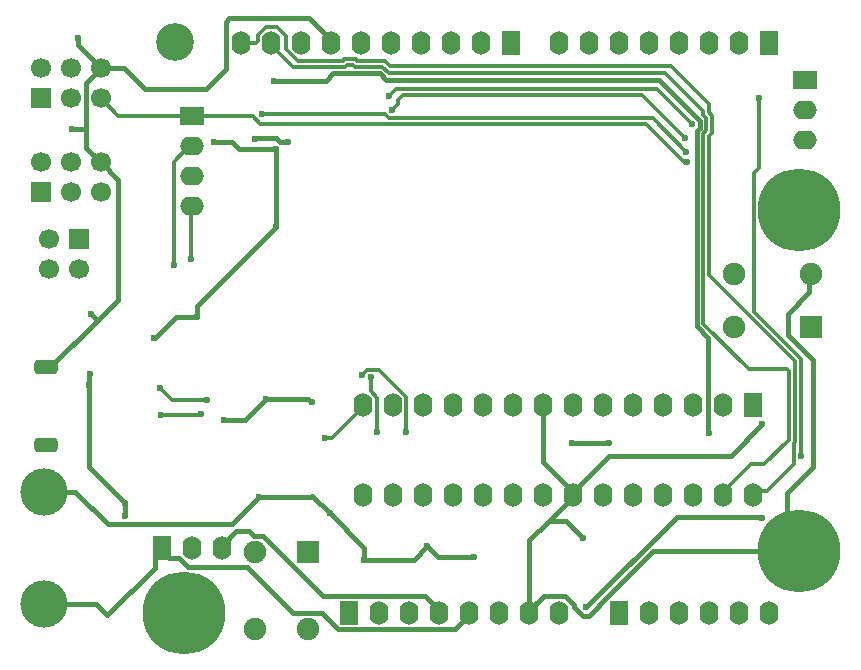
<source format=gbl>
G04*
G04 #@! TF.GenerationSoftware,Altium Limited,Altium Designer,25.4.2 (15)*
G04*
G04 Layer_Physical_Order=2*
G04 Layer_Color=16711680*
%FSLAX44Y44*%
%MOMM*%
G71*
G04*
G04 #@! TF.SameCoordinates,EB978DBB-77F5-4BF1-8C58-C0B6FF9767F6*
G04*
G04*
G04 #@! TF.FilePolarity,Positive*
G04*
G01*
G75*
%ADD19R,1.9000X1.9000*%
%ADD56R,1.9000X1.9000*%
%ADD57C,1.9000*%
%ADD70C,0.4000*%
%ADD71C,0.3000*%
%ADD72R,1.7000X1.7000*%
%ADD73C,1.7000*%
%ADD74O,2.0000X1.6000*%
%ADD75R,2.0000X1.6000*%
G04:AMPARAMS|DCode=76|XSize=2mm|YSize=1.2mm|CornerRadius=0.3mm|HoleSize=0mm|Usage=FLASHONLY|Rotation=0.000|XOffset=0mm|YOffset=0mm|HoleType=Round|Shape=RoundedRectangle|*
%AMROUNDEDRECTD76*
21,1,2.0000,0.6000,0,0,0.0*
21,1,1.4000,1.2000,0,0,0.0*
1,1,0.6000,0.7000,-0.3000*
1,1,0.6000,-0.7000,-0.3000*
1,1,0.6000,-0.7000,0.3000*
1,1,0.6000,0.7000,0.3000*
%
%ADD76ROUNDEDRECTD76*%
%ADD77O,1.6000X2.0000*%
%ADD78R,1.6000X2.0000*%
%ADD79C,4.0000*%
%ADD80C,7.0000*%
%ADD81C,3.2000*%
%ADD82C,0.6000*%
D19*
X244242Y76696D02*
D03*
D56*
X670500Y267326D02*
D03*
D57*
Y312326D02*
D03*
X605500Y267326D02*
D03*
Y312326D02*
D03*
X199242Y76696D02*
D03*
X244242Y11696D02*
D03*
X199242D02*
D03*
D70*
X215646Y475996D02*
X259605D01*
X265701Y482092D01*
X150765Y285385D02*
X217170Y351790D01*
X150765Y275987D02*
Y285385D01*
X150622Y275844D02*
X150765Y275987D01*
X114300Y258064D02*
X114554D01*
X132334Y275844D01*
X150622D01*
X199390Y426720D02*
X199741Y427071D01*
X208390D02*
X209055Y427736D01*
X199741Y427071D02*
X208390D01*
X209055Y427736D02*
X217164D01*
X185766Y417830D02*
X217170D01*
X165100Y423672D02*
X179924D01*
X185766Y417830D01*
X227455Y424055D02*
X227838Y423672D01*
X217164Y427736D02*
X220845Y424055D01*
X227455D01*
X448289Y103135D02*
X462776D01*
X477266Y88646D01*
X448289Y103135D02*
X468376Y123222D01*
X262890Y109474D02*
X291846Y80518D01*
Y70358D02*
Y80518D01*
X333756Y70358D02*
X344932Y81534D01*
X291846Y70358D02*
X333756D01*
X344932Y81534D02*
X354076Y72390D01*
X384556D01*
X264160Y508000D02*
Y510000D01*
X245586Y528574D02*
X264160Y510000D01*
X177546Y528574D02*
X245586D01*
X174752Y525780D02*
X177546Y528574D01*
X174752Y485394D02*
Y525780D01*
X158242Y468884D02*
X174752Y485394D01*
X106426Y468884D02*
X158242D01*
X88900Y486410D02*
X106426Y468884D01*
X68834Y486410D02*
X88900D01*
X217170Y351790D02*
Y417830D01*
X55357Y435102D02*
X56334Y434125D01*
X44958Y435102D02*
X55357D01*
X56334Y434125D02*
Y473910D01*
X49530Y505714D02*
Y512064D01*
Y505714D02*
X68834Y486410D01*
X56334Y419154D02*
X68834Y406654D01*
X56334Y419154D02*
Y434125D01*
Y473910D02*
X68834Y486410D01*
X65366Y272503D02*
Y273183D01*
X60452Y278097D02*
X65366Y273183D01*
X60452Y278097D02*
Y278638D01*
X65366Y272503D02*
X83312Y290449D01*
X26355Y233492D02*
X65366Y272503D01*
X68834Y406654D02*
X83312Y392176D01*
Y290449D02*
Y392176D01*
X22355Y233492D02*
X26355D01*
X431800Y27400D02*
Y86646D01*
X602386Y158394D02*
X629158Y185166D01*
X499548Y158394D02*
X602386D01*
X468376Y127222D02*
X499548Y158394D01*
X468376Y125222D02*
Y127222D01*
X650240Y87122D02*
X659892Y77470D01*
X650240Y87122D02*
Y127000D01*
X672338Y149098D01*
Y239014D01*
X650748Y260604D02*
X672338Y239014D01*
X650748Y260604D02*
Y278624D01*
X668951Y296826D01*
Y310777D01*
X670500Y312326D01*
X442976Y152622D02*
X468376Y127222D01*
X442976Y152622D02*
Y201422D01*
X468376Y123222D02*
Y125222D01*
X431800Y86646D02*
X448289Y103135D01*
X536413Y77470D02*
X659892D01*
X490524Y31581D02*
X536413Y77470D01*
X490524Y30791D02*
Y31581D01*
X482705Y22972D02*
X490524Y30791D01*
X476907Y22972D02*
X482705D01*
X469538Y30340D02*
X476907Y22972D01*
X469538Y30340D02*
Y32032D01*
X462171Y39400D02*
X469538Y32032D01*
X443800Y39400D02*
X462171D01*
X431800Y27400D02*
X443800Y39400D01*
X431800Y25400D02*
Y27400D01*
X173228Y188722D02*
X190754D01*
X208534Y206502D01*
X179690Y100188D02*
X202946Y123444D01*
X75304Y100188D02*
X179690D01*
X47491Y128000D02*
X75304Y100188D01*
X21000Y128000D02*
X47491D01*
X58928Y148844D02*
Y227838D01*
Y148844D02*
X89408Y118364D01*
X247396Y123444D02*
X248158Y124206D01*
X202946Y123444D02*
X247396D01*
X247617Y203708D02*
X248158D01*
X244823Y206502D02*
X247617Y203708D01*
X208534Y206502D02*
X244823D01*
X142629Y64400D02*
X192446D01*
X231650Y25196D01*
X248158Y124206D02*
X262890Y109474D01*
X627380Y106680D02*
X628650Y105410D01*
X556514Y106680D02*
X627380D01*
X479806Y29972D02*
X556514Y106680D01*
X499364Y169164D02*
X499618Y169418D01*
X468122Y169164D02*
X499364D01*
X355600Y25400D02*
Y27400D01*
X343600Y39400D02*
X355600Y27400D01*
X256881Y39400D02*
X343600D01*
X206085Y90196D02*
X256881Y39400D01*
X198348Y90196D02*
X206085D01*
X194310Y94234D02*
X198348Y90196D01*
X183634Y94234D02*
X194310D01*
X171400Y82000D02*
X183634Y94234D01*
X171400Y80000D02*
Y82000D01*
X64548Y33000D02*
X74301Y23247D01*
X21000Y33000D02*
X64548D01*
X381000Y23400D02*
Y25400D01*
X369000Y11400D02*
X381000Y23400D01*
X269743Y11400D02*
X369000D01*
X255947Y25196D02*
X269743Y11400D01*
X231650Y25196D02*
X255947D01*
X135029Y72000D02*
X142629Y64400D01*
X126600Y72000D02*
X135029D01*
X120600Y78000D02*
X126600Y72000D01*
X120600Y78000D02*
Y80000D01*
X114600Y74000D02*
X120600Y80000D01*
X114600Y63546D02*
Y74000D01*
X74301Y23247D02*
X114600Y63546D01*
X89281Y107315D02*
Y118237D01*
X89408Y118364D01*
X89154Y107188D02*
X89281Y107315D01*
X265701Y482092D02*
X305054D01*
X310554Y476592D01*
X541433D01*
X576214Y441811D01*
Y436012D02*
Y441811D01*
X573366Y433164D02*
X576214Y436012D01*
X573366Y267963D02*
Y433164D01*
Y267963D02*
X583376Y257953D01*
Y177608D02*
Y257953D01*
Y177608D02*
X583692Y177292D01*
D71*
X258826Y173228D02*
X264382D01*
X290576Y199422D01*
Y201422D01*
X656510Y169887D02*
Y238586D01*
X655642Y150944D02*
Y169019D01*
X633276Y128578D02*
X655642Y150944D01*
X617459Y231648D02*
X649753D01*
X651510Y229891D01*
X621900Y280267D02*
X662142Y240025D01*
X655642Y169019D02*
X656510Y169887D01*
X630682Y151130D02*
X651510Y171958D01*
Y229891D01*
X583866Y311230D02*
X656510Y238586D01*
X662142Y158372D02*
Y240025D01*
X320571Y459101D02*
X325099Y463630D01*
X203984Y439350D02*
X530335D01*
X197714Y445620D02*
X203984Y439350D01*
X315468Y451251D02*
X320571Y456354D01*
Y459101D01*
X530335Y439350D02*
X562457Y407228D01*
X315468Y450850D02*
Y451251D01*
X312776Y444350D02*
X536090D01*
X205232Y447294D02*
X309832D01*
X312776Y444350D01*
X536090D02*
X564642Y415798D01*
X312674Y462534D02*
X313210D01*
X319306Y468630D02*
X539496D01*
X313210Y462534D02*
X319306Y468630D01*
X621900Y280267D02*
Y397948D01*
X583866Y311230D02*
Y428815D01*
X621900Y397948D02*
X626110Y402158D01*
Y461264D01*
X144000Y420600D02*
X146000D01*
X130810Y407410D02*
X144000Y420600D01*
X130810Y319786D02*
Y407410D01*
X145517Y369317D02*
X146000Y369800D01*
X145517Y325603D02*
Y369317D01*
X145034Y325120D02*
X145517Y325603D01*
X565084Y407228D02*
X565658Y406654D01*
X562457Y407228D02*
X565084D01*
X153670Y193040D02*
X154178Y193548D01*
X119634Y193040D02*
X153670D01*
X129286Y205740D02*
X158496D01*
X119126Y215900D02*
X129286Y205740D01*
X146380Y445620D02*
X197714D01*
X83844Y446000D02*
X146000D01*
X68834Y461010D02*
X83844Y446000D01*
X146000D02*
X146380Y445620D01*
X231768Y487592D02*
X275962D01*
X213360Y506000D02*
X231768Y487592D01*
X275145Y493846D02*
X284671D01*
X218123Y521500D02*
X226060Y513563D01*
X235905Y492592D02*
X273891D01*
X226060Y502436D02*
X235905Y492592D01*
X226060Y502436D02*
Y513563D01*
X273891Y492592D02*
X275145Y493846D01*
X277216Y488846D02*
X282600D01*
X275962Y487592D02*
X277216Y488846D01*
X208597Y521500D02*
X218123D01*
X284671Y493846D02*
X285925Y492592D01*
X282600Y488846D02*
X283854Y487592D01*
X307332D01*
X285925Y492592D02*
X309403D01*
X313807Y488188D01*
X307332Y487592D02*
X312832Y482092D01*
X546608D01*
X313807Y488188D02*
X551942D01*
X583866Y456264D01*
X539496Y468630D02*
X569214Y438912D01*
X583866Y449009D02*
Y456264D01*
X578866Y430886D02*
X581714Y433734D01*
Y444090D01*
X578866Y446938D02*
X581714Y444090D01*
X578866Y270241D02*
Y430886D01*
Y446938D02*
Y449834D01*
X586714Y431663D02*
Y446161D01*
X583866Y428815D02*
X586714Y431663D01*
X583866Y449009D02*
X586714Y446161D01*
X578866Y270241D02*
X617459Y231648D01*
X546608Y482092D02*
X578866Y449834D01*
X325099Y463630D02*
X527224D01*
X563372Y427482D01*
X595376Y125222D02*
Y127222D01*
X619284Y151130D01*
X630682D01*
X213360Y506000D02*
Y508000D01*
X201860Y514763D02*
X208597Y521500D01*
X187960Y508000D02*
X200103D01*
X201860Y509757D02*
Y514763D01*
X200103Y508000D02*
X201860Y509757D01*
X620776Y125222D02*
X624132Y128578D01*
X633276D01*
X327660Y178816D02*
Y208001D01*
X304371Y231290D02*
X327660Y208001D01*
X294742Y231290D02*
X304371D01*
X290321Y226870D02*
X294742Y231290D01*
X289709Y226870D02*
X290321D01*
X297434Y212827D02*
Y224790D01*
Y212827D02*
X303022Y207239D01*
Y178054D02*
Y207239D01*
D72*
X50800Y342000D02*
D03*
X18034Y461010D02*
D03*
Y381254D02*
D03*
D73*
X25400Y342000D02*
D03*
X50800Y316600D02*
D03*
X25400D02*
D03*
X43434Y461010D02*
D03*
X68834D02*
D03*
X18034Y486410D02*
D03*
X43434D02*
D03*
X68834D02*
D03*
Y406654D02*
D03*
X43434D02*
D03*
X18034D02*
D03*
X68834Y381254D02*
D03*
X43434D02*
D03*
D74*
X146000Y369800D02*
D03*
Y395200D02*
D03*
Y420600D02*
D03*
X665000Y426000D02*
D03*
Y451400D02*
D03*
D75*
X146000Y446000D02*
D03*
X665000Y476800D02*
D03*
D76*
X22355Y233492D02*
D03*
Y167492D02*
D03*
D77*
X187960Y508000D02*
D03*
X213360D02*
D03*
X238760D02*
D03*
X264160D02*
D03*
X289560D02*
D03*
X314960D02*
D03*
X340360D02*
D03*
X365760D02*
D03*
X391160D02*
D03*
X146000Y80000D02*
D03*
X171400D02*
D03*
X635000Y25400D02*
D03*
X609600D02*
D03*
X584200D02*
D03*
X558800D02*
D03*
X533400D02*
D03*
X457200Y508000D02*
D03*
X482600D02*
D03*
X508000D02*
D03*
X533400D02*
D03*
X558800D02*
D03*
X584200D02*
D03*
X609600D02*
D03*
X595376Y201422D02*
D03*
X569976D02*
D03*
X544576D02*
D03*
X519176D02*
D03*
X493776D02*
D03*
X468376D02*
D03*
X442976D02*
D03*
X417576D02*
D03*
X392176D02*
D03*
X366776D02*
D03*
X341376D02*
D03*
X315976D02*
D03*
X290576D02*
D03*
X620776Y125222D02*
D03*
X595376D02*
D03*
X569976D02*
D03*
X544576D02*
D03*
X519176D02*
D03*
X493776D02*
D03*
X468376D02*
D03*
X442976D02*
D03*
X417576D02*
D03*
X392176D02*
D03*
X366776D02*
D03*
X341376D02*
D03*
X315976D02*
D03*
X290576D02*
D03*
X304800Y25400D02*
D03*
X330200D02*
D03*
X355600D02*
D03*
X381000D02*
D03*
X406400D02*
D03*
X431800D02*
D03*
X457200D02*
D03*
D78*
X416560Y508000D02*
D03*
X120600Y80000D02*
D03*
X508000Y25400D02*
D03*
X635000Y508000D02*
D03*
X620776Y201422D02*
D03*
X279400Y25400D02*
D03*
D79*
X21000Y128000D02*
D03*
Y33000D02*
D03*
D80*
X660400Y366014D02*
D03*
X139700Y25400D02*
D03*
X659892Y77470D02*
D03*
D81*
X131826Y508508D02*
D03*
D82*
X215646Y475996D02*
D03*
X114300Y258064D02*
D03*
X150622Y275844D02*
D03*
X258826Y173228D02*
D03*
X199390Y426720D02*
D03*
X477266Y88646D02*
D03*
X384556Y72390D02*
D03*
X344932Y81534D02*
D03*
X291846Y70358D02*
D03*
X227838Y423672D02*
D03*
X217170Y417830D02*
D03*
X165100Y423672D02*
D03*
X44958Y435102D02*
D03*
X49530Y512064D02*
D03*
X60452Y278638D02*
D03*
X629158Y185166D02*
D03*
X173228Y188722D02*
D03*
X217170Y351790D02*
D03*
X202946Y123444D02*
D03*
X262890Y109474D02*
D03*
X208534Y206502D02*
D03*
X248158Y203708D02*
D03*
X58928Y218565D02*
D03*
X59944Y227838D02*
D03*
X628650Y105410D02*
D03*
X479806Y29972D02*
D03*
X315468Y450850D02*
D03*
X312674Y462534D02*
D03*
X130810Y319786D02*
D03*
X145034Y325120D02*
D03*
X499618Y169418D02*
D03*
X468122Y169164D02*
D03*
X89408Y118364D02*
D03*
X89154Y107188D02*
D03*
X564642Y415798D02*
D03*
X154178Y193548D02*
D03*
X119634Y193040D02*
D03*
X158496Y205740D02*
D03*
X119126Y215900D02*
D03*
X205232Y447294D02*
D03*
X565658Y406654D02*
D03*
X583692Y177292D02*
D03*
X563372Y427482D02*
D03*
X569214Y438912D02*
D03*
X662142Y158372D02*
D03*
X626110Y461264D02*
D03*
X327660Y178816D02*
D03*
X289709Y226870D02*
D03*
X303022Y178054D02*
D03*
X297434Y224790D02*
D03*
M02*

</source>
